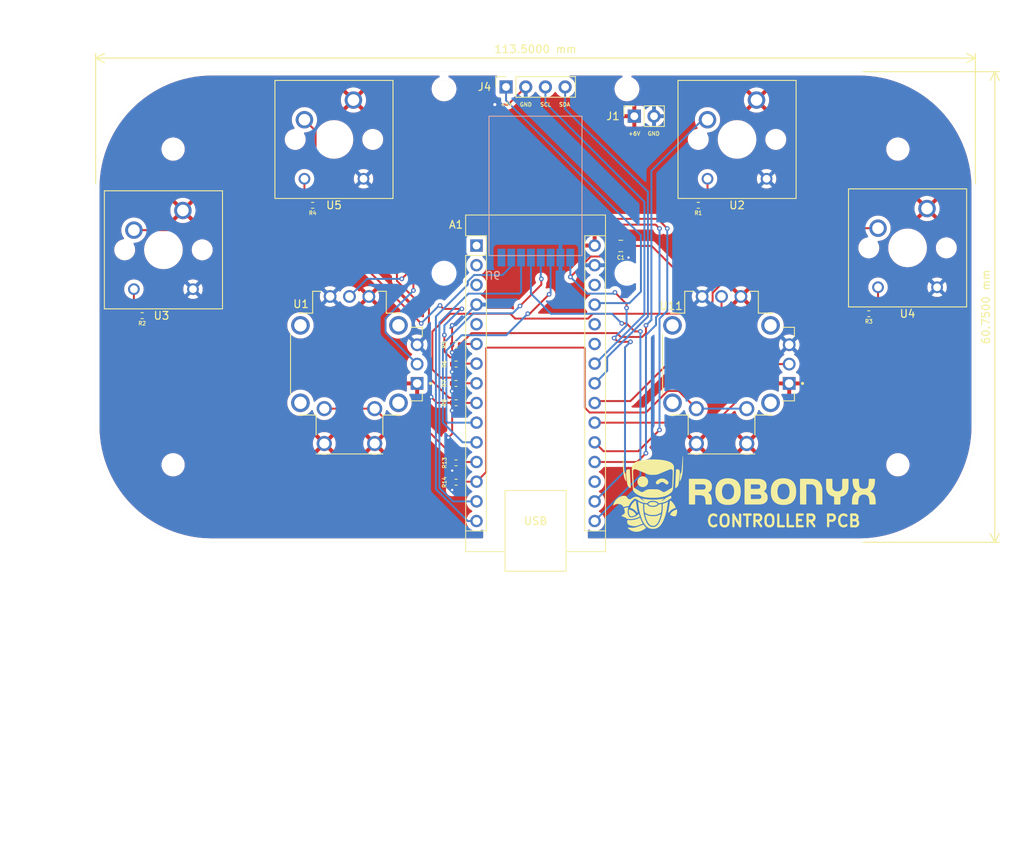
<source format=kicad_pcb>
(kicad_pcb (version 20211014) (generator pcbnew)
  (layers (0 "F.Cu" signal) (31 "B.Cu" signal) (34 "B.Paste" user) (35 "F.Paste" user) (36 "B.SilkS" user "B.Silkscreen") (37 "F.SilkS" user "F.Silkscreen") (38 "B.Mask" user) (39 "F.Mask" user) (44 "Edge.Cuts" user))
  (net 0 "")
  (net 2 "GND")
  (net 3 "Net-(A1-Pad10)")
  (net 4 "Net-(A1-Pad11)")
  (net 5 "Net-(A1-Pad12)")
  (net 6 "Net-(A1-Pad13)")
  (net 7 "Net-(A1-Pad14)")
  (net 8 "Net-(A1-Pad15)")
  (net 9 "Net-(A1-Pad16)")
  (net 10 "+3.3V")
  (net 15 "Net-(A1-Pad6)")
  (net 16 "+5V")
  (net 18 "+6V")
  (net 20 "/SDA")
  (net 21 "/SCL")
  (net 23 "Net-(A1-Pad7)")
  (net 24 "Net-(A1-Pad8)")
  (net 25 "Net-(A1-Pad9)")
  (net 26 "Net-(A1-Pad19)")
  (net 27 "Net-(A1-Pad20)")
  (net 28 "Net-(A1-Pad21)")
  (net 29 "Net-(A1-Pad22)")
  (net 31 "Net-(R1-Pad1)")
  (net 32 "Net-(R2-Pad1)")
  (net 33 "Net-(R3-Pad1)")
  (net 34 "Net-(R4-Pad1)")
  (footprint "THB001P:CNK_THB001P" (layer "F.Cu") (at 76 109)
    (fp_text reference "U1" (at -6.25 -7.75) (layer "F.SilkS"))
    (fp_text value "THB001P")
    (pad "A" thru_hole circle locked (at -3.25 5.75) (size 1.95 1.95) (drill 1.3) (layers *.Cu *.Mask) (net 5 "Net-(A1-Pad12)"))
    (pad "B" thru_hole circle locked (at 3.25 5.75) (size 1.95 1.95) (drill 1.3) (layers *.Cu *.Mask) (net 5 "Net-(A1-Pad12)"))
    (pad "C" thru_hole circle locked (at -3.25 10.25) (size 1.95 1.95) (drill 1.3) (layers *.Cu *.Mask) (net 18 "+6V"))
    (pad "D" thru_hole circle locked (at 3.25 10.25) (size 1.95 1.95) (drill 1.3) (layers *.Cu *.Mask) (net 18 "+6V"))
    (pad "S1" thru_hole circle locked (at 6.325 -5) (size 2.4 2.4) (drill 1.6) (layers *.Cu *.Mask))
    (pad "S2" thru_hole circle locked (at -6.325 -5) (size 2.4 2.4) (drill 1.6) (layers *.Cu *.Mask))
    (pad "S3" thru_hole circle locked (at -6.325 5) (size 2.4 2.4) (drill 1.6) (layers *.Cu *.Mask))
    (pad "S4" thru_hole circle locked (at 6.325 5) (size 2.4 2.4) (drill 1.6) (layers *.Cu *.Mask))
    (pad "VR1_1" thru_hole rect locked (at 8.73 2.5) (size 1.65 1.65) (drill 1.1) (layers *.Cu *.Mask) (net 18 "+6V"))
    (pad "VR1_2" thru_hole circle locked (at 8.73 0) (size 1.65 1.65) (drill 1.1) (layers *.Cu *.Mask) (net 26 "Net-(A1-Pad19)"))
    (pad "VR1_3" thru_hole circle locked (at 8.73 -2.5) (size 1.65 1.65) (drill 1.1) (layers *.Cu *.Mask) (net 2 "GND"))
    (pad "VR2_1" thru_hole circle locked (at 2.5 -8.73) (size 1.65 1.65) (drill 1.1) (layers *.Cu *.Mask) (net 18 "+6V"))
    (pad "VR2_2" thru_hole circle locked (at 0 -8.73) (size 1.65 1.65) (drill 1.1) (layers *.Cu *.Mask) (net 27 "Net-(A1-Pad20)"))
    (pad "VR2_3" thru_hole circle locked (at -2.5 -8.73) (size 1.65 1.65) (drill 1.1) (layers *.Cu *.Mask) (net 2 "GND"))
  )
  (footprint "Resistor_SMD:R_0402_1005Metric" (layer "F.Cu") (at 49.25 102.75)
    (fp_text reference "R2" (at 0 1) (layer "F.SilkS") (effects (font (size 0.5 0.5) (thickness 0.1))))
    (fp_text value "68R")
    (pad "1" smd roundrect (at -0.51 0) (size 0.54 0.64) (layers "F.Cu" "F.Paste" "F.Mask") (net 32 "Net-(R2-Pad1)"))
    (pad "2" smd roundrect (at 0.51 0) (size 0.54 0.64) (layers "F.Cu" "F.Paste" "F.Mask") (net 18 "+6V"))
  )
  (footprint "THB001P:CNK_THB001P" (layer "F.Cu") (at 124 109)
    (fp_text reference "U11" (at -6.5 -7.5) (layer "F.SilkS"))
    (fp_text value "THB001P")
    (pad "A" thru_hole circle locked (at -3.25 5.75) (size 1.95 1.95) (drill 1.3) (layers *.Cu *.Mask) (net 6 "Net-(A1-Pad13)"))
    (pad "B" thru_hole circle locked (at 3.25 5.75) (size 1.95 1.95) (drill 1.3) (layers *.Cu *.Mask) (net 6 "Net-(A1-Pad13)"))
    (pad "C" thru_hole circle locked (at -3.25 10.25) (size 1.95 1.95) (drill 1.3) (layers *.Cu *.Mask) (net 18 "+6V"))
    (pad "D" thru_hole circle locked (at 3.25 10.25) (size 1.95 1.95) (drill 1.3) (layers *.Cu *.Mask) (net 18 "+6V"))
    (pad "S1" thru_hole circle locked (at 6.325 -5) (size 2.4 2.4) (drill 1.6) (layers *.Cu *.Mask))
    (pad "S2" thru_hole circle locked (at -6.325 -5) (size 2.4 2.4) (drill 1.6) (layers *.Cu *.Mask))
    (pad "S3" thru_hole circle locked (at -6.325 5) (size 2.4 2.4) (drill 1.6) (layers *.Cu *.Mask))
    (pad "S4" thru_hole circle locked (at 6.325 5) (size 2.4 2.4) (drill 1.6) (layers *.Cu *.Mask))
    (pad "VR1_1" thru_hole rect locked (at 8.73 2.5) (size 1.65 1.65) (drill 1.1) (layers *.Cu *.Mask) (net 18 "+6V"))
    (pad "VR1_2" thru_hole circle locked (at 8.73 0) (size 1.65 1.65) (drill 1.1) (layers *.Cu *.Mask) (net 28 "Net-(A1-Pad21)"))
    (pad "VR1_3" thru_hole circle locked (at 8.73 -2.5) (size 1.65 1.65) (drill 1.1) (layers *.Cu *.Mask) (net 2 "GND"))
    (pad "VR2_1" thru_hole circle locked (at 2.5 -8.73) (size 1.65 1.65) (drill 1.1) (layers *.Cu *.Mask) (net 18 "+6V"))
    (pad "VR2_2" thru_hole circle locked (at 0 -8.73) (size 1.65 1.65) (drill 1.1) (layers *.Cu *.Mask) (net 29 "Net-(A1-Pad22)"))
    (pad "VR2_3" thru_hole circle locked (at -2.5 -8.73) (size 1.65 1.65) (drill 1.1) (layers *.Cu *.Mask) (net 2 "GND"))
  )
  (footprint "Resistor_SMD:R_0402_1005Metric" (layer "F.Cu") (at 89.75 114)
    (fp_text reference "R8" (at -1.5 0 90) (layer "F.SilkS") (effects (font (size 0.5 0.5) (thickness 0.1))))
    (fp_text value "10K")
    (pad "1" smd roundrect (at -0.51 0) (size 0.54 0.64) (layers "F.Cu" "F.Paste" "F.Mask") (net 2 "GND"))
    (pad "2" smd roundrect (at 0.51 0) (size 0.54 0.64) (layers "F.Cu" "F.Paste" "F.Mask") (net 25 "Net-(A1-Pad9)"))
  )
  (footprint "MX1A-11NN:CHERRY_MX1A-11NN_SWITCH" (layer "F.Cu") (at 126 80)
    (fp_text reference "U2" (at 0 8.5) (layer "F.SilkS"))
    (fp_text value "MX1A-11NN")
    (pad "" np_thru_hole circle locked (at -5 0) (size 1.7 1.7) (drill 1.7) (layers *.Cu *.Mask))
    (pad "" np_thru_hole circle locked (at 5 0) (size 1.7 1.7) (drill 1.7) (layers *.Cu *.Mask))
    (pad "" np_thru_hole circle locked (at 0 0) (size 3.9878 3.9878) (drill 3.9878) (layers *.Cu *.Mask))
    (pad "BR1" thru_hole circle locked (at -3.81 5.08) (size 1.508 1.508) (drill 1) (layers *.Cu *.Mask) (net 31 "Net-(R1-Pad1)"))
    (pad "BR2" thru_hole circle locked (at 3.81 5.08) (size 1.508 1.508) (drill 1) (layers *.Cu *.Mask) (net 2 "GND"))
    (pad "P$1" thru_hole circle locked (at 2.51 -5.08) (size 2.25 2.25) (drill 1.5) (layers *.Cu *.Mask) (net 18 "+6V"))
    (pad "P$2" thru_hole circle locked (at -3.81 -2.54) (size 2.25 2.25) (drill 1.5) (layers *.Cu *.Mask) (net 15 "Net-(A1-Pad6)"))
  )
  (footprint "MX1A-11NN:CHERRY_MX1A-11NN_SWITCH" (layer "F.Cu") (at 52 94.25)
    (fp_text reference "U3" (at -0.25 8.5) (layer "F.SilkS"))
    (fp_text value "MX1A-11NN")
    (pad "" np_thru_hole circle locked (at -5 0) (size 1.7 1.7) (drill 1.7) (layers *.Cu *.Mask))
    (pad "" np_thru_hole circle locked (at 5 0) (size 1.7 1.7) (drill 1.7) (layers *.Cu *.Mask))
    (pad "" np_thru_hole circle locked (at 0 0) (size 3.9878 3.9878) (drill 3.9878) (layers *.Cu *.Mask))
    (pad "BR1" thru_hole circle locked (at -3.81 5.08) (size 1.508 1.508) (drill 1) (layers *.Cu *.Mask) (net 32 "Net-(R2-Pad1)"))
    (pad "BR2" thru_hole circle locked (at 3.81 5.08) (size 1.508 1.508) (drill 1) (layers *.Cu *.Mask) (net 2 "GND"))
    (pad "P$1" thru_hole circle locked (at 2.51 -5.08) (size 2.25 2.25) (drill 1.5) (layers *.Cu *.Mask) (net 18 "+6V"))
    (pad "P$2" thru_hole circle locked (at -3.81 -2.54) (size 2.25 2.25) (drill 1.5) (layers *.Cu *.Mask) (net 23 "Net-(A1-Pad7)"))
  )
  (footprint "Resistor_SMD:R_0402_1005Metric" (layer "F.Cu") (at 89.75 124.25)
    (fp_text reference "R14" (at -1.5 0 90) (layer "F.SilkS") (effects (font (size 0.5 0.5) (thickness 0.1))))
    (fp_text value "10K")
    (pad "1" smd roundrect (at -0.51 0) (size 0.54 0.64) (layers "F.Cu" "F.Paste" "F.Mask") (net 2 "GND"))
    (pad "2" smd roundrect (at 0.51 0) (size 0.54 0.64) (layers "F.Cu" "F.Paste" "F.Mask") (net 6 "Net-(A1-Pad13)"))
  )
  (footprint "Module:Arduino_Nano" (layer "F.Cu") (at 92.39 93.7)
    (fp_text reference "A1" (at -2.64 -2.7) (layer "F.SilkS"))
    (fp_text value "Arduino_Nano_v3.x")
    (fp_text user "USB" (at 7.62 35.56 unlocked) (layer "F.SilkS"))
    (pad "1" thru_hole rect (at 0 0) (size 1.6 1.6) (drill 1) (layers *.Cu *.Mask))
    (pad "2" thru_hole oval (at 0 2.54) (size 1.6 1.6) (drill 1) (layers *.Cu *.Mask))
    (pad "3" thru_hole oval (at 0 5.08) (size 1.6 1.6) (drill 1) (layers *.Cu *.Mask))
    (pad "4" thru_hole oval (at 0 7.62) (size 1.6 1.6) (drill 1) (layers *.Cu *.Mask) (net 2 "GND"))
    (pad "5" thru_hole oval (at 0 10.16) (size 1.6 1.6) (drill 1) (layers *.Cu *.Mask))
    (pad "6" thru_hole oval (at 0 12.7) (size 1.6 1.6) (drill 1) (layers *.Cu *.Mask) (net 15 "Net-(A1-Pad6)"))
    (pad "7" thru_hole oval (at 0 15.24) (size 1.6 1.6) (drill 1) (layers *.Cu *.Mask) (net 23 "Net-(A1-Pad7)"))
    (pad "8" thru_hole oval (at 0 17.78) (size 1.6 1.6) (drill 1) (layers *.Cu *.Mask) (net 24 "Net-(A1-Pad8)"))
    (pad "9" thru_hole oval (at 0 20.32) (size 1.6 1.6) (drill 1) (layers *.Cu *.Mask) (net 25 "Net-(A1-Pad9)"))
    (pad "10" thru_hole oval (at 0 22.86) (size 1.6 1.6) (drill 1) (layers *.Cu *.Mask) (net 3 "Net-(A1-Pad10)"))
    (pad "11" thru_hole oval (at 0 25.4) (size 1.6 1.6) (drill 1) (layers *.Cu *.Mask) (net 4 "Net-(A1-Pad11)"))
    (pad "12" thru_hole oval (at 0 27.94) (size 1.6 1.6) (drill 1) (layers *.Cu *.Mask) (net 5 "Net-(A1-Pad12)"))
    (pad "13" thru_hole oval (at 0 30.48) (size 1.6 1.6) (drill 1) (layers *.Cu *.Mask) (net 6 "Net-(A1-Pad13)"))
    (pad "14" thru_hole oval (at 0 33.02) (size 1.6 1.6) (drill 1) (layers *.Cu *.Mask) (net 7 "Net-(A1-Pad14)"))
    (pad "15" thru_hole oval (at 0 35.56) (size 1.6 1.6) (drill 1) (layers *.Cu *.Mask) (net 8 "Net-(A1-Pad15)"))
    (pad "16" thru_hole oval (at 15.24 35.56) (size 1.6 1.6) (drill 1) (layers *.Cu *.Mask) (net 9 "Net-(A1-Pad16)"))
    (pad "17" thru_hole oval (at 15.24 33.02) (size 1.6 1.6) (drill 1) (layers *.Cu *.Mask) (net 10 "+3.3V"))
    (pad "18" thru_hole oval (at 15.24 30.48) (size 1.6 1.6) (drill 1) (layers *.Cu *.Mask))
    (pad "19" thru_hole oval (at 15.24 27.94) (size 1.6 1.6) (drill 1) (layers *.Cu *.Mask) (net 26 "Net-(A1-Pad19)"))
    (pad "20" thru_hole oval (at 15.24 25.4) (size 1.6 1.6) (drill 1) (layers *.Cu *.Mask) (net 27 "Net-(A1-Pad20)"))
    (pad "21" thru_hole oval (at 15.24 22.86) (size 1.6 1.6) (drill 1) (layers *.Cu *.Mask) (net 28 "Net-(A1-Pad21)"))
    (pad "22" thru_hole oval (at 15.24 20.32) (size 1.6 1.6) (drill 1) (layers *.Cu *.Mask) (net 29 "Net-(A1-Pad22)"))
    (pad "23" thru_hole oval (at 15.24 17.78) (size 1.6 1.6) (drill 1) (layers *.Cu *.Mask) (net 20 "/SDA"))
    (pad "24" thru_hole oval (at 15.24 15.24) (size 1.6 1.6) (drill 1) (layers *.Cu *.Mask) (net 21 "/SCL"))
    (pad "25" thru_hole oval (at 15.24 12.7) (size 1.6 1.6) (drill 1) (layers *.Cu *.Mask))
    (pad "26" thru_hole oval (at 15.24 10.16) (size 1.6 1.6) (drill 1) (layers *.Cu *.Mask))
    (pad "27" thru_hole oval (at 15.24 7.62) (size 1.6 1.6) (drill 1) (layers *.Cu *.Mask) (net 16 "+5V"))
    (pad "28" thru_hole oval (at 15.24 5.08) (size 1.6 1.6) (drill 1) (layers *.Cu *.Mask))
    (pad "29" thru_hole oval (at 15.24 2.54) (size 1.6 1.6) (drill 1) (layers *.Cu *.Mask) (net 2 "GND"))
    (pad "30" thru_hole oval (at 15.24 0) (size 1.6 1.6) (drill 1) (layers *.Cu *.Mask) (net 18 "+6V"))
  )
  (footprint "Capacitor_SMD:C_0805_2012Metric" (layer "F.Cu") (at 111 93.75)
    (fp_text reference "C1" (at 0 1.5) (layer "F.SilkS") (effects (font (size 0.5 0.5) (thickness 0.1))))
    (fp_text value "10UF")
    (pad "1" smd roundrect (at -0.95 0) (size 1 1.45) (layers "F.Cu" "F.Paste" "F.Mask") (net 10 "+3.3V"))
    (pad "2" smd roundrect (at 0.95 0) (size 1 1.45) (layers "F.Cu" "F.Paste" "F.Mask") (net 2 "GND"))
  )
  (footprint "Resistor_SMD:R_0402_1005Metric" (layer "F.Cu") (at 89.75 121.75)
    (fp_text reference "R13" (at -1.49 0 90) (layer "F.SilkS") (effects (font (size 0.5 0.5) (thickness 0.1))))
    (fp_text value "10K")
    (pad "1" smd roundrect (at -0.51 0) (size 0.54 0.64) (layers "F.Cu" "F.Paste" "F.Mask") (net 2 "GND"))
    (pad "2" smd roundrect (at 0.51 0) (size 0.54 0.64) (layers "F.Cu" "F.Paste" "F.Mask") (net 5 "Net-(A1-Pad12)"))
  )
  (footprint "LOGO" (layer "F.Cu") (at 127 125.5)
    (fp_text reference "G***" hide)
    (fp_text value "LOGO" hide)
  )
  (footprint "Resistor_SMD:R_0402_1005Metric" (layer "F.Cu") (at 71.25 88.5)
    (fp_text reference "R4" (at 0 1) (layer "F.SilkS") (effects (font (size 0.5 0.5) (thickness 0.1))))
    (fp_text value "68R")
    (pad "1" smd roundrect (at -0.51 0) (size 0.54 0.64) (layers "F.Cu" "F.Paste" "F.Mask") (net 34 "Net-(R4-Pad1)"))
    (pad "2" smd roundrect (at 0.51 0) (size 0.54 0.64) (layers "F.Cu" "F.Paste" "F.Mask") (net 18 "+6V"))
  )
  (footprint "MX1A-11NN:CHERRY_MX1A-11NN_SWITCH" (layer "F.Cu") (at 148 94)
    (fp_text reference "U4" (at 0 8.5) (layer "F.SilkS"))
    (fp_text value "MX1A-11NN")
    (pad "" np_thru_hole circle locked (at 0 0) (size 3.9878 3.9878) (drill 3.9878) (layers *.Cu *.Mask))
    (pad "" np_thru_hole circle locked (at 5 0) (size 1.7 1.7) (drill 1.7) (layers *.Cu *.Mask))
    (pad "" np_thru_hole circle locked (at -5 0) (size 1.7 1.7) (drill 1.7) (layers *.Cu *.Mask))
    (pad "BR1" thru_hole circle locked (at -3.81 5.08) (size 1.508 1.508) (drill 1) (layers *.Cu *.Mask) (net 33 "Net-(R3-Pad1)"))
    (pad "BR2" thru_hole circle locked (at 3.81 5.08) (size 1.508 1.508) (drill 1) (layers *.Cu *.Mask) (net 2 "GND"))
    (pad "P$1" thru_hole circle locked (at 2.51 -5.08) (size 2.25 2.25) (drill 1.5) (layers *.Cu *.Mask) (net 18 "+6V"))
    (pad "P$2" thru_hole circle locked (at -3.81 -2.54) (size 2.25 2.25) (drill 1.5) (layers *.Cu *.Mask) (net 24 "Net-(A1-Pad8)"))
  )
  (footprint "MX1A-11NN:CHERRY_MX1A-11NN_SWITCH" (layer "F.Cu") (at 74 80)
    (fp_text reference "U5" (at 0 8.5) (layer "F.SilkS"))
    (fp_text value "MX1A-11NN")
    (pad "" np_thru_hole circle locked (at -5 0) (size 1.7 1.7) (drill 1.7) (layers *.Cu *.Mask))
    (pad "" np_thru_hole circle locked (at 5 0) (size 1.7 1.7) (drill 1.7) (layers *.Cu *.Mask))
    (pad "" np_thru_hole circle locked (at 0 0) (size 3.9878 3.9878) (drill 3.9878) (layers *.Cu *.Mask))
    (pad "BR1" thru_hole circle locked (at -3.81 5.08) (size 1.508 1.508) (drill 1) (layers *.Cu *.Mask) (net 34 "Net-(R4-Pad1)"))
    (pad "BR2" thru_hole circle locked (at 3.81 5.08) (size 1.508 1.508) (drill 1) (layers *.Cu *.Mask) (net 2 "GND"))
    (pad "P$1" thru_hole circle locked (at 2.51 -5.08) (size 2.25 2.25) (drill 1.5) (layers *.Cu *.Mask) (net 18 "+6V"))
    (pad "P$2" thru_hole circle locked (at -3.81 -2.54) (size 2.25 2.25) (drill 1.5) (layers *.Cu *.Mask) (net 25 "Net-(A1-Pad9)"))
  )
  (footprint "Resistor_SMD:R_0402_1005Metric" (layer "F.Cu") (at 89.75 106.5)
    (fp_text reference "R5" (at -1.5 0 90) (layer "F.SilkS") (effects (font (size 0.5 0.5) (thickness 0.1))))
    (fp_text value "10K")
    (pad "1" smd roundrect (at -0.51 0) (size 0.54 0.64) (layers "F.Cu" "F.Paste" "F.Mask") (net 2 "GND"))
    (pad "2" smd roundrect (at 0.51 0) (size 0.54 0.64) (layers "F.Cu" "F.Paste" "F.Mask") (net 15 "Net-(A1-Pad6)"))
  )
  (footprint "Resistor_SMD:R_0402_1005Metric" (layer "F.Cu") (at 89.75 109)
    (fp_text reference "R6" (at -1.5 0 90) (layer "F.SilkS") (effects (font (size 0.5 0.5) (thickness 0.1))))
    (fp_text value "10K")
    (pad "1" smd roundrect (at -0.51 0) (size 0.54 0.64) (layers "F.Cu" "F.Paste" "F.Mask") (net 2 "GND"))
    (pad "2" smd roundrect (at 0.51 0) (size 0.54 0.64) (layers "F.Cu" "F.Paste" "F.Mask") (net 23 "Net-(A1-Pad7)"))
  )
  (footprint "Connector_PinSocket_2.54mm:PinSocket_1x02_P2.54mm_Vertical" (layer "F.Cu") (at 112.75 77 90)
    (fp_text reference "J1" (at 0 -2.75 180) (layer "F.SilkS"))
    (fp_text value "Screw_Terminal_01x02")
    (pad "1" thru_hole rect (at 0 0 90) (size 1.7 1.7) (drill 1) (layers *.Cu *.Mask) (net 18 "+6V"))
    (pad "2" thru_hole oval (at 0 2.54 90) (size 1.7 1.7) (drill 1) (layers *.Cu *.Mask) (net 2 "GND"))
  )
  (footprint "Resistor_SMD:R_0402_1005Metric" (layer "F.Cu") (at 143 102.5 180)
    (fp_text reference "R3" (at 0 -1) (layer "F.SilkS") (effects (font (size 0.5 0.5) (thickness 0.1))))
    (fp_text value "68R")
    (pad "1" smd roundrect (at -0.51 0 180) (size 0.54 0.64) (layers "F.Cu" "F.Paste" "F.Mask") (net 33 "Net-(R3-Pad1)"))
    (pad "2" smd roundrect (at 0.51 0 180) (size 0.54 0.64) (layers "F.Cu" "F.Paste" "F.Mask") (net 18 "+6V"))
  )
  (footprint "Resistor_SMD:R_0402_1005Metric" (layer "F.Cu") (at 121 88.5 180)
    (fp_text reference "R1" (at 0 -1) (layer "F.SilkS") (effects (font (size 0.5 0.5) (thickness 0.1))))
    (fp_text value "68R")
    (pad "1" smd roundrect (at -0.51 0 180) (size 0.54 0.64) (layers "F.Cu" "F.Paste" "F.Mask") (net 31 "Net-(R1-Pad1)"))
    (pad "2" smd roundrect (at 0.51 0 180) (size 0.54 0.64) (layers "F.Cu" "F.Paste" "F.Mask") (net 18 "+6V"))
  )
  (footprint "Resistor_SMD:R_0402_1005Metric" (layer "F.Cu") (at 89.74 111.5)
    (fp_text reference "R7" (at -1.49 0 90) (layer "F.SilkS") (effects (font (size 0.5 0.5) (thickness 0.1))))
    (fp_text value "10K")
    (pad "1" smd roundrect (at -0.51 0) (size 0.54 0.64) (layers "F.Cu" "F.Paste" "F.Mask") (net 2 "GND"))
    (pad "2" smd roundrect (at 0.51 0) (size 0.54 0.64) (layers "F.Cu" "F.Paste" "F.Mask") (net 24 "Net-(A1-Pad8)"))
  )
  (footprint "Connector_PinSocket_2.54mm:PinSocket_1x04_P2.54mm_Vertical" (layer "F.Cu") (at 96.2 73.225 90)
    (fp_text reference "J4" (at 0 -2.77 180) (layer "F.SilkS"))
    (fp_text value "OLED SCREEN")
    (pad "1" thru_hole rect (at 0 0 90) (size 1.7 1.7) (drill 1) (layers *.Cu *.Mask) (net 16 "+5V"))
    (pad "2" thru_hole oval (at 0 2.54 90) (size 1.7 1.7) (drill 1) (layers *.Cu *.Mask) (net 2 "GND"))
    (pad "3" thru_hole oval (at 0 5.08 90) (size 1.7 1.7) (drill 1) (layers *.Cu *.Mask) (net 21 "/SCL"))
    (pad "4" thru_hole oval (at 0 7.62 90) (size 1.7 1.7) (drill 1) (layers *.Cu *.Mask) (net 20 "/SDA"))
  )
  (footprint "nRF24L01BRKT_SMD:nRF24L01_Breakout_SMD" (layer "B.Cu") (at 106 95 90)
    (fp_text reference "U6" (at -2.5 -11.5 180 unlocked) (layer "B.SilkS") (effects (justify mirror)))
    (fp_text value "NRF24L01_Breakout")
    (pad "1" smd rect (at -0.25 -2.78 90) (size 2.286 1) (layers "B.Cu" "B.Paste" "B.Mask") (net 2 "GND"))
    (pad "2" smd rect (at -0.25 -1.51 90) (size 2.286 1) (layers "B.Cu" "B.Paste" "B.Mask") (net 10 "+3.3V"))
    (pad "3" smd rect (at -0.25 -4.05 90) (size 2.286 1) (layers "B.Cu" "B.Paste" "B.Mask") (net 3 "Net-(A1-Pad10)"))
    (pad "4" smd rect (at -0.25 -5.32 90) (size 2.286 1) (layers "B.Cu" "B.Paste" "B.Mask") (net 4 "Net-(A1-Pad11)"))
    (pad "5" smd rect (at -0.25 -6.59 90) (size 2.286 1) (layers "B.Cu" "B.Paste" "B.Mask") (net 9 "Net-(A1-Pad16)"))
    (pad "6" smd rect (at -0.25 -7.86 90) (size 2.286 1) (layers "B.Cu" "B.Paste" "B.Mask") (net 7 "Net-(A1-Pad14)"))
    (pad "7" smd rect (at -0.25 -9.13 90) (size 2.286 1) (layers "B.Cu" "B.Paste" "B.Mask") (net 8 "Net-(A1-Pad15)"))
    (pad "8" smd rect (at -0.25 -10.4 90) (size 2.286 1) (layers "B.Cu" "B.Paste" "B.Mask"))
  )
  (gr_line (start 43.25 86.25) (end 43.25 117) (layer "Edge.Cuts") (width 0.01))
  (gr_arc (start 141.75 71.25) (mid 152.356602 75.643398) (end 156.75 86.25) (layer "Edge.Cuts") (width 0.01))
  (gr_line (start 93.75 107) (end 106.25 107) (layer "Edge.Cuts") (width 0.01))
  (gr_arc (start 58.25 132) (mid 47.643398 127.606602) (end 43.25 117) (layer "Edge.Cuts") (width 0.01))
  (gr_arc (start 156.75 117) (mid 152.356602 127.606602) (end 141.75 132) (layer "Edge.Cuts") (width 0.01))
  (gr_circle (center 88.2 97.275) (end 87.1 97.275) (layer "Edge.Cuts") (width 0.01) (fill none))
  (gr_line (start 141.75 71.25) (end 58.25 71.25) (layer "Edge.Cuts") (width 0.01))
  (gr_circle (center 53.25 81.25) (end 52.25 81.25) (layer "Edge.Cuts") (width 0.01) (fill none))
  (gr_circle (center 53.25 122) (end 52.25 122) (layer "Edge.Cuts") (width 0.01) (fill none))
  (gr_circle (center 111.8 97.275) (end 110.7 97.275) (layer "Edge.Cuts") (width 0.01) (fill none))
  (gr_circle (center 111.8 73.475) (end 110.7 73.475) (layer "Edge.Cuts") (width 0.01) (fill none))
  (gr_arc (start 43.25 86.25) (mid 47.643398 75.643398) (end 58.25 71.25) (layer "Edge.Cuts") (width 0.01))
  (gr_line (start 93.75 132) (end 93.75 107) (layer "Edge.Cuts") (width 0.01))
  (gr_circle (center 146.75 122) (end 145.75 122) (layer "Edge.Cuts") (width 0.01) (fill none))
  (gr_circle (center 88.2 73.475) (end 87.1 73.475) (layer "Edge.Cuts") (width 0.01) (fill none))
  (gr_line (start 156.75 117) (end 156.75 86.25) (layer "Edge.Cuts") (width 0.01))
  (gr_line (start 106.25 132) (end 141.75 132) (layer "Edge.Cuts") (width 0.01))
  (gr_circle (center 146.75 81.25) (end 145.75 81.25) (layer "Edge.Cuts") (width 0.01) (fill none))
  (gr_line (start 58.25 132) (end 93.75 132) (layer "Edge.Cuts") (width 0.01))
  (gr_line (start 106.25 107) (end 106.25 132) (layer "Edge.Cuts") (width 0.01))
  (gr_text "GND" (at 98.75 75.5) (layer "F.SilkS") (effects (font (size 0.5 0.5) (thickness 0.1))))
  (gr_text "SCL" (at 101.31 75.5) (layer "F.SilkS") (effects (font (size 0.5 0.5) (thickness 0.1))))
  (gr_text "+6V" (at 112.75 79.25) (layer "F.SilkS") (effects (font (size 0.5 0.5) (thickness 0.1))))
  (gr_text "+5V" (at 96.25 75.5) (layer "F.SilkS") (effects (font (size 0.5 0.5) (thickness 0.1))))
  (gr_text "CONTROLLER PCB" (at 132 129.25) (layer "F.SilkS") (effects (font (size 1.5 1.5) (thickness 0.3))))
  (gr_text "GND" (at 115.25 79.25) (layer "F.SilkS") (effects (font (size 0.5 0.5) (thickness 0.1))))
  (gr_text "SDA" (at 103.75 75.5) (layer "F.SilkS") (effects (font (size 0.5 0.5) (thickness 0.1))))
  (dimension (type aligned) (layer "F.SilkS") (pts (xy 141.75 71.25) (xy 141.75 132)) (height -17.5) (gr_text "60.7500 mm" (at 158.1 101.625 90) (layer "F.SilkS") (effects (font (size 1 1) (thickness 0.15)))) (format (units 3) (units_format 1) (precision 4)) (style (thickness 0.15) (arrow_length 1.27) (text_position_mode 0) (extension_height 0.58642) (extension_offset 0.5) keep_text_aligned))
  (dimension (type aligned) (layer "F.SilkS") (pts (xy 43.25 86.25) (xy 156.75 86.25)) (height -16.75) (gr_text "113.5000 mm" (at 100 68.35) (layer "F.SilkS") (effects (font (size 1 1) (thickness 0.15)))) (format (units 3) (units_format 1) (precision 4)) (style (thickness 0.15) (arrow_length 1.27) (text_position_mode 0) (extension_height 0.58642) (extension_offset 0.5) keep_text_aligned))
  (segment (start 89.24 114) (end 89.24 114.99) (width 0.25) (layer "F.Cu") (net 2))
  (segment (start 89.24 109) (end 89.24 109.99) (width 0.25) (layer "F.Cu") (net 2))
  (segment (start 96.465 75.5) (end 94.75 75.5) (width 0.25) (layer "F.Cu") (net 2))
  (segment (start 114.98 93.75) (end 121.5 100.27) (width 0.25) (layer "F.Cu") (net 2))
  (segment (start 89.24 122.74) (end 89.25 122.75) (width 0.25) (layer "F.Cu") (net 2))
  (segment (start 89.24 125.24) (end 89.25 125.25) (width 0.25) (layer "F.Cu") (net 2))
  (segment (start 89.24 107.49) (end 89.25 107.5) (width 0.25) (layer "F.Cu") (net 2))
  (segment (start 112 95.25) (end 112 93.8) (width 0.25) (layer "F.Cu") (net 2))
  (segment (start 89.24 114.99) (end 89.25 115) (width 0.25) (layer "F.Cu") (net 2))
  (segment (start 111.95 93.75) (end 114.98 93.75) (width 0.25) (layer "F.Cu") (net 2))
  (segment (start 89.24 106.5) (end 89.24 104.01) (width 0.25) (layer "F.Cu") (net 2))
  (segment (start 112 93.8) (end 111.95 93.75) (width 0.25) (layer "F.Cu") (net 2))
  (segment (start 89.25 118) (end 88.75 118.5) (width 0.25) (layer "F.Cu") (net 2))
  (segment (start 89.24 106.5) (end 89.24 107.49) (width 0.25) (layer "F.Cu") (net 2))
  (segment (start 89.23 111.5) (end 89.23 112.48) (width 0.25) (layer "F.Cu") (net 2))
  (segment (start 87.2755 114) (end 89.24 114) (width 0.25) (layer "F.Cu") (net 2))
  (segment (start 89.24 109.99) (end 89.25 110) (width 0.25) (layer "F.Cu") (net 2))
  (segment (start 89.24 121.75) (end 89.24 122.74) (width 0.25) (layer "F.Cu") (net 2))
  (segment (start 89.24 104.01) (end 89.25 104) (width 0.25) (layer "F.Cu") (net 2))
  (segment (start 89.25 115) (end 89.25 118) (width 0.25) (layer "F.Cu") (net 2))
  (segment (start 89.23 112.48) (end 89.25 112.5) (width 0.25) (layer "F.Cu") (net 2))
  (segment (start 86.5255 113.25) (end 87.2755 114) (width 0.25) (layer "F.Cu") (net 2))
  (segment (start 98.74 73.225) (end 96.465 75.5) (width 0.25) (layer "F.Cu") (net 2))
  (segment (start 89.24 124.25) (end 89.24 125.24) (width 0.25) (layer "F.Cu") (net 2))
  (via (at 86.5255 113.25) (size 0.6) (drill 0.3) (layers "F.Cu" "B.Cu") (net 2))
  (via (at 89.25 110) (size 0.6) (drill 0.3) (layers "F.Cu" "B.Cu") (net 2))
  (via (at 89.25 107.5) (size 0.6) (drill 0.3) (layers "F.Cu" "B.Cu") (net 2))
  (via (at 88.75 118.5) (size 0.6) (drill 0.3) (layers "F.Cu" "B.Cu") (net 2))
  (via (at 94.75 75.5) (size 0.8) (drill 0.4) (layers "F.Cu" "B.Cu") (net 2))
  (via (at 89.25 122.75) (size 0.6) (drill 0.3) (layers "F.Cu" "B.Cu") (net 2))
  (via (at 89.25 112.5) (size 0.6) (drill 0.3) (layers "F.Cu" "B.Cu") (net 2))
  (via (at 112 95.25) (size 0.6) (drill 0.3) (layers "F.Cu" "B.Cu") (net 2))
  (via (at 89.25 104) (size 0.6) (drill 0.3) (layers "F.Cu" "B.Cu") (net 2))
  (via (at 89.25 115) (size 0.6) (drill 0.3) (layers "F.Cu" "B.Cu") (net 2))
  (via (at 89.25 125.25) (size 0.6) (drill 0.3) (layers "F.Cu" "B.Cu") (net 2))
  (segment (start 86.5255 108.2955) (end 86.5255 113.25) (width 0.25) (layer "B.Cu") (net 2))
  (segment (start 89.71 104) (end 92.39 101.32) (width 0.25) (layer "B.Cu") (net 2))
  (segment (start 84.73 106.5) (end 86.5255 108.2955) (width 0.25) (layer "B.Cu") (net 2))
  (segment (start 89.25 104) (end 89.71 104) (width 0.25) (layer "B.Cu") (net 2))
  (segment (start 99.25 102.5) (end 99 102.5) (width 0.25) (layer "F.Cu") (net 3))
  (segment (start 101.75 100) (end 99.25 102.5) (width 0.25) (layer "F.Cu") (net 3))
  (via (at 101.75 100) (size 0.6) (drill 0.3) (layers "F.Cu" "B.Cu") (net 3))
  (via (at 99 102.5) (size 0.6) (drill 0.3) (layers "F.Cu" "B.Cu") (net 3))
  (segment (start 90.475 105.275) (end 88.5 107.25) (width 0.25) (layer "B.Cu") (net 3))
  (segment (start 101.95 99.8) (end 101.75 100) (width 0.25) (layer "B.Cu") (net 3))
  (segment (start 101.95 95.25) (end 101.95 99.8) (width 0.25) (layer "B.Cu") (net 3))
  (segment (start 88.5 107.25) (end 88.5 116.363604) (width 0.25) (layer "B.Cu") (net 3))
  (segment (start 88.696396 116.56) (end 92.39 116.56) (width 0.25) (layer "B.Cu") (net 3))
  (segment (start 88.5 116.363604) (end 88.696396 116.56) (width 0.25) (layer "B.Cu") (net 3))
  (segment (start 96.225 105.275) (end 90.475 105.275) (width 0.25) (layer "B.Cu") (net 3))
  (segment (start 99 102.5) (end 96.225 105.275) (width 0.25) (layer "B.Cu") (net 3))
  (segment (start 100.75 98) (end 100.75 98.75) (width 0.25) (layer "F.Cu") (net 4))
  (segment (start 100.75 98.75) (end 98 101.5) (width 0.25) (layer "F.Cu") (net 4))
  (via (at 100.75 98) (size 0.6) (drill 0.3) (layers "F.Cu" "B.Cu") (net 4))
  (via (at 98 101.5) (size 0.6) (drill 0.3) (layers "F.Cu" "B.Cu") (net 4))
  (segment (start 88.05 116.55) (end 90.6 119.1) (width 0.25) (layer "B.Cu") (net 4))
  (segment (start 98 101.5) (end 97.055 102.445) (width 0.25) (layer "B.Cu") (net 4))
  (segment (start 97.055 102.445) (end 91.989504 102.445) (width 0.25) (layer "B.Cu") (net 4))
  (segment (start 88.05 106.384504) (end 88.05 116.55) (width 0.25) (layer "B.Cu") (net 4))
  (segment (start 90.6 119.1) (end 92.39 119.1) (width 0.25) (layer "B.Cu") (net 4))
  (segment (start 91.989504 102.445) (end 88.05 106.384504) (width 0.25) (layer "B.Cu") (net 4))
  (segment (start 100.68 97.93) (end 100.75 98) (width 0.25) (layer "B.Cu") (net 4))
  (segment (start 100.68 95.25) (end 100.68 97.93) (width 0.25) (layer "B.Cu") (net 4))
  (segment (start 92.39 121.64) (end 90.37 121.64) (width 0.25) (layer "F.Cu") (net 5))
  (segment (start 72.75 114.75) (end 79.25 114.75) (width 0.25) (layer "F.Cu") (net 5))
  (segment (start 90.37 121.64) (end 90.26 121.75) (width 0.25) (layer "F.Cu") (net 5))
  (segment (start 79.25 114.75) (end 81.975 117.475) (width 0.25) (layer "F.Cu") (net 5))
  (segment (start 81.975 117.475) (end 85.985 117.475) (width 0.25) (layer "F.Cu") (net 5))
  (segment (start 85.985 117.475) (end 90.26 121.75) (width 0.25) (layer "F.Cu") (net 5))
  (segment (start 106.979009 115.25) (end 106.375 114.645991) (width 0.25) (layer "F.Cu") (net 6))
  (segment (start 118.475 112.475) (end 117.043324 112.475) (width 0.25) (layer "F.Cu") (net 6))
  (segment (start 106.375 114.645991) (end 106.375 106.948223) (width 0.25) (layer "F.Cu") (net 6))
  (segment (start 90.33 124.18) (end 90.26 124.25) (width 0.25) (layer "F.Cu") (net 6))
  (segment (start 93.625 122.945) (end 92.39 124.18) (width 0.25) (layer "F.Cu") (net 6))
  (segment (start 93.625 106.948223) (end 93.625 122.945) (width 0.25) (layer "F.Cu") (net 6))
  (segment (start 93.698223 106.875) (end 93.625 106.948223) (width 0.25) (layer "F.Cu") (net 6))
  (segment (start 106.301777 106.875) (end 93.698223 106.875) (width 0.25) (layer "F.Cu") (net 6))
  (segment (start 120.75 114.75) (end 118.475 112.475) (width 0.25) (layer "F.Cu") (net 6))
  (segment (start 106.375 106.948223) (end 106.301777 106.875) (width 0.25) (layer "F.Cu") (net 6))
  (segment (start 92.39 124.18) (end 90.33 124.18) (width 0.25) (layer "F.Cu") (net 6))
  (segment (start 114.268324 115.25) (end 106.979009 115.25) (width 0.25) (layer "F.Cu") (net 6))
  (segment (start 117.043324 112.475) (end 114.268324 115.25) (width 0.25) (layer "F.Cu") (net 6))
  (segment (start 127.25 114.75) (end 120.75 114.75) (width 0.25) (layer "B.Cu") (net 6))
  (segment (start 98.14 99.700991) (end 97.935991 99.905) (width 0.25) (layer "B.Cu") (net 7))
  (segment (start 91.345 99.905) (end 87.6 103.65) (width 0.25) (layer "B.Cu") (net 7))
  (segment (start 87.6 103.65) (end 87.6 124.964974) (width 0.25) (layer "B.Cu") (net 7))
  (segment (start 89.355026 126.72) (end 92.39 126.72) (width 0.25) (layer "B.Cu") (net 7))
  (segment (start 98.14 95.25) (end 98.14 99.700991) (width 0.25) (layer "B.Cu") (net 7))
  (segment (start 87.6 124.964974) (end 89.355026 126.72) (width 0.25) (layer "B.Cu") (net 7))
  (segment (start 97.935991 99.905) (end 91.345 99.905) (width 0.25) (layer "B.Cu") (net 7))
  (segment (start 87.15 102.85) (end 87.15 125.15137) (width 0.25) (layer "B.Cu") (net 8))
  (segment (start 91.265 98.735) (end 87.15 102.85) (width 0.25) (layer "B.Cu") (net 8))
  (segment (start 96.87 96.37) (end 95.74 97.5) (width 0.25) (layer "B.Cu") (net 8))
  (segment (start 87.15 125.15137) (end 91.25863 129.26) (width 0.25) (layer "B.Cu") (net 8))
  (segment (start 96.87 95.25) (end 96.87 96.37) (width 0.25) (layer "B.Cu") (net 8))
  (segment (start 91.265 98.314009) (end 91.265 98.735) (width 0.25) (layer "B.Cu") (net 8))
  (segment (start 91.25863 129.26) (end 92.39 129.26) (width 0.25) (layer "B.Cu") (net 8))
  (segment (start 95.74 97.5) (end 92.079009 97.5) (width 0.25) (layer "B.Cu") (net 8))
  (segment (start 92.079009 97.5) (end 91.265 98.314009) (width 0.25) (layer "B.Cu") (net 8))
  (segment (start 112.783118 104.783118) (end 113.533118 104.783118) (width 0.25) (layer "F.Cu") (net 9))
  (segment (start 111.75 103.75) (end 112.783118 104.783118) (width 0.25) (layer "F.Cu") (net 9))
  (segment (start 111.1255 103.75) (end 111.75 103.75) (width 0.25) (layer "F.Cu") (net 9))
  (via (at 113.533118 104.783118) (size 0.6) (drill 0.3) (layers "F.Cu" "B.Cu") (net 9))
  (via (at 111.1255 103.75) (size 0.6) (drill 0.3) (layers "F.Cu" "B.Cu") (net 9))
  (segment (start 102 102.5) (end 99.41 99.91) (width 0.25) (layer "B.Cu") (net 9))
  (segment (start 111.1255 103.75) (end 109.8755 102.5) (width 0.25) (layer "B.Cu") (net 9))
  (segment (start 109.8755 102.5) (end 102 102.5) (width 0.25) (layer "B.Cu") (net 9))
  (segment (start 99.41 99.91) (end 99.41 95.25) (width 0.25) (layer "B.Cu") (net 9))
  (segment (start 113.533118 104.783118) (end 113.533118 123.356882) (width 0.25) (layer "B.Cu") (net 9))
  (segment (start 113.533118 123.356882) (end 107.63 129.26) (width 0.25) (layer "B.Cu") (net 9))
  (segment (start 110.138411 105.638411) (end 110.6245 106.1245) (width 0.25) (layer "F.Cu") (net 10))
  (segment (start 110.6245 106.1245) (end 112.25 106.1245) (width 0.25) (layer "F.Cu") (net 10))
  (segment (start 111.75 101.75) (end 111.75 101.25) (width 0.25) (layer "F.Cu") (net 10))
  (segment (start 111.75 101.25) (end 110.25 99.75) (width 0.25) (layer "F.Cu") (net 10))
  (segment (start 110.05 93.95) (end 108.885 95.115) (width 0.25) (layer "F.Cu") (net 10))
  (segment (start 107.135 95.115) (end 104.5 97.75) (width 0.25) (layer "F.Cu") (net 10))
  (segment (start 108.885 95.115) (end 107.135 95.115) (width 0.25) (layer "F.Cu") (net 10))
  (via (at 110.138411 105.638411) (size 0.6) (drill 0.3) (layers "F.Cu" "B.Cu") (net 10))
  (via (at 104.5 97.75) (size 0.6) (drill 0.3) (layers "F.Cu" "B.Cu") (net 10))
  (via (at 112.25 106.1245) (size 0.6) (drill 0.3) (layers "F.Cu" "B.Cu") (net 10))
  (via (at 110.25 99.75) (size 0.6) (drill 0.3) (layers "F.Cu" "B.Cu") (net 10))
  (via (at 111.75 101.75) (size 0.6) (drill 0.3) (layers "F.Cu" "B.Cu") (net 10))
  (segment (start 104.49 97.74) (end 104.49 95.25) (width 0.25) (layer "B.Cu") (net 10))
  (segment (start 104.5 97.75) (end 106.655 99.905) (width 0.25) (layer "B.Cu") (net 10))
  (segment (start 110.095 99.905) (end 110.25 99.75) (width 0.25) (layer "B.Cu") (net 10))
  (segment (start 106.655 99.905) (end 110.095 99.905) (width 0.25) (layer "B.Cu") (net 10))
  (segment (start 111.75 104.026822) (end 110.138411 105.638411) (width 0.25) (layer "B.Cu") (net 10))
  (segment (start 104.5 97.75) (end 104.49 97.74) (width 0.25) (layer "B.Cu") (net 10))
  (segment (start 111.75 101.75) (end 111.75 104.026822) (width 0.25) (layer "B.Cu") (net 10))
  (segment (start 112.25 106.1245) (end 111.55 106.8245) (width 0.25) (layer "B.Cu") (net 10))
  (segment (start 111.55 106.8245) (end 111.55 122.8) (width 0.25) (layer "B.Cu") (net 10))
  (segment (start 111.55 122.8) (end 107.63 126.72) (width 0.25) (layer "B.Cu") (net 10))
  (segment (start 92.39 106.4) (end 90.36 106.4) (width 0.25) (layer "F.Cu") (net 15))
  (segment (start 91.76 105) (end 90.26 106.5) (width 0.25) (layer "F.Cu") (net 15))
  (segment (start 90.36 106.4) (end 90.26 106.5) (width 0.25) (layer "F.Cu") (net 15))
  (segment (start 114.25 104) (end 114.25 105) (width 0.25) (layer "F.Cu") (net 15))
  (segment (start 114.25 105) (end 113.75 105.5) (width 0.25) (layer "F.Cu") (net 15))
  (segment (start 111 105.5) (end 110.5 105) (width 0.25) (layer "F.Cu") (net 15))
  (segment (start 110.5 105) (end 91.76 105) (width 0.25) (layer "F.Cu") (net 15))
  (segment (start 113.75 105.5) (end 111 105.5) (width 0.25) (layer "F.Cu") (net 15))
  (via (at 114.25 104) (size 0.6) (drill 0.3) (layers "F.Cu" "B.Cu") (net 15))
  (segment (start 121.54 77.46) (end 122.19 77.46) (width 0.25) (layer "B.Cu") (net 15))
  (segment (start 114.95 103.3) (end 114.95 84.05) (width 0.25) (layer "B.Cu") (net 15))
  (segment (start 114.25 104) (end 114.95 103.3) (width 0.25) (layer "B.Cu") (net 15))
  (segment (start 114.95 84.05) (end 121.54 77.46) (width 0.25) (layer "B.Cu") (net 15))
  (segment (start 96.2 73.225) (end 96.2 74.975) (width 0.25) (layer "B.Cu") (net 16))
  (segment (start 113.6 92.375) (end 113.6 99.65) (width 0.25) (layer "B.Cu") (net 16))
  (segment (start 107.825 101.125) (end 107.63 101.32) (width 0.25) (layer "B.Cu") (net 16))
  (segment (start 112.125 101.125) (end 107.825 101.125) (width 0.25) (layer "B.Cu") (net 16))
  (segment (start 96.2 74.975) (end 113.6 92.375) (width 0.25) (layer "B.Cu") (net 16))
  (segment (start 113.6 99.65) (end 112.125 101.125) (width 0.25) (layer "B.Cu") (net 16))
  (segment (start 109.25 108.116116) (end 109.25 109.86) (width 0.25) (layer "B.Cu") (net 20))
  (segment (start 114.5 102.866116) (end 109.25 108.116116) (width 0.25) (layer "B.Cu") (net 20))
  (segment (start 103.82 76.07) (end 114.5 86.75) (width 0.25) (layer "B.Cu") (net 20))
  (segment (start 109.25 109.86) (end 107.63 111.48) (width 0.25) (layer "B.Cu") (net 20))
  (segment (start 103.82 73.225) (end 103.82 76.07) (width 0.25) (layer "B.Cu") (net 20))
  (segment (start 114.5 86.75) (end 114.5 102.866116) (width 0.25) (layer "B.Cu") (net 20))
  (segment (start 114.05 102.61) (end 107.72 108.94) (width 0.25) (layer "B.Cu") (net 21))
  (segment (start 101.28 75.28) (end 114.05 88.05) (width 0.25) (layer "B.Cu") (net 21))
  (segment (start 114.05 88.05) (end 114.05 102.61) (width 0.25) (layer "B.Cu") (net 21))
  (segment (start 107.72 108.94) (end 107.63 108.94) (width 0.25) (layer "B.Cu") (net 21))
  (segment (start 101.28 73.225) (end 101.28 75.28) (width 0.25) (layer "B.Cu") (net 21))
  (segment (start 48.19 91.71) (end 73.21 91.71) (width 0.25) (layer "F.Cu") (net 23))
  (segment (start 88.242915 107.376799) (end 88.991116 108.125) (width 0.25) (layer "F.Cu") (net 23))
  (segment (start 88.242915 105.242916) (end 88.242915 107.376799) (width 0.25) (layer "F.Cu") (net 23))
  (segment (start 89.385 108.125) (end 90.26 109) (width 0.25) (layer "F.Cu") (net 23))
  (segment (start 88.991116 108.125) (end 89.385 108.125) (width 0.25) (layer "F.Cu") (net 23))
  (segment (start 92.39 108.94) (end 90.32 108.94) (width 0.25) (layer "F.Cu") (net 23))
  (segment (start 90.32 108.94) (end 90.26 109) (width 0.25) (layer "F.Cu") (net 23))
  (segment (start 88.1255 101.8755) (end 90.5 101.8755) (width 0.25) (layer "F.Cu") (net 23))
  (segment (start 73.21 91.71) (end 85.25 103.75) (width 0.25) (layer "F.Cu") (net 23))
  (segment (start 87.683411 101.433411) (end 88.1255 101.8755) (width 0.25) (layer "F.Cu") (net 23))
  (via (at 90.5 101.8755) (size 0.6) (drill 0.3) (layers "F.Cu" "B.Cu") (net 23))
  (via (at 88.242915 105.242916) (size 0.6) (drill 0.3) (layers "F.Cu" "B.Cu") (net 23))
  (via (at 85.25 103.75) (size 0.6) (drill 0.3) (layers "F.Cu" "B.Cu") (net 23))
  (via (at 87.683411 101.433411) (size 0.6) (drill 0.3) (layers "F.Cu" "B.Cu") (net 23))
  (segment (start 85.25 103.75) (end 87.566589 101.433411) (width 0.25) (layer "B.Cu") (net 23))
  (segment (start 88.242915 104.007085) (end 88.242915 105.242916) (width 0.25) (layer "B.Cu") (net 23))
  (segment (start 90.3745 101.8755) (end 88.242915 104.007085) (width 0.25) (layer "B.Cu") (net 23))
  (segment (start 90.5 101.8755) (end 90.3745 101.8755) (width 0.25) (layer "B.Cu") (net 23))
  (segment (start 87.566589 101.433411) (end 87.683411 101.433411) (width 0.25) (layer "B.Cu") (net 23))
  (segment (start 86.7 109.7) (end 86.7 104.8) (width 0.25) (layer "F.Cu") (net 24))
  (segment (start 97.375 103.125) (end 106.774009 103.125) (width 0.25) (layer "F.Cu") (net 24))
  (segment (start 121.275 102.475) (end 122.85 100.9) (width 0.25) (layer "F.Cu") (net 24))
  (segment (start 131.183654 91.46) (end 144.19 91.46) (width 0.25) (layer "F.Cu") (net 24))
  (segment (start 122.85 99.793654) (end 131.183654 91.46) (width 0.25) (layer "F.Cu") (net 24))
  (segment (start 117.018324 102.5) (end 117.043324 102.475) (width 0.25) (layer "F.Cu") (net 24))
  (segment (start 87.75 110.75) (end 86.7 109.7) (width 0.25) (layer "F.Cu") (net 24))
  (segment (start 92.39 111.48) (end 90.27 111.48) (width 0.25) (layer "F.Cu") (net 24))
  (segment (start 106.774009 103.125) (end 107.399009 102.5) (width 0.25) (layer "F.Cu") (net 24))
  (segment (start 86.7 104.8) (end 89 102.5) (width 0.25) (layer "F.Cu") (net 24))
  (segment (start 117.043324 102.475) (end 121.275 102.475) (width 0.25) (layer "F.Cu") (net 24))
  (segment (start 96.75 102.5) (end 97.375 103.125) (width 0.25) (layer "F.Cu") (net 24))
  (segment (start 89.5 110.75) (end 87.75 110.75) (width 0.25) (layer "F.Cu") (net 24))
  (segment (start 107.399009 102.5) (end 117.018324 102.5) (width 0.25) (layer "F.Cu") (net 24))
  (segment (start 90.27 111.48) (end 90.25 111.5) (width 0.25) (layer "F.Cu") (net 24))
  (segment (start 90.25 111.5) (end 89.5 110.75) (width 0.25) (layer "F.Cu") (net 24))
  (segment (start 89 102.5) (end 96.75 102.5) (width 0.25) (layer "F.Cu") (net 24))
  (segment (start 122.85 100.9) (end 122.85 99.793654) (width 0.25) (layer "F.Cu") (net 24))
  (segment (start 89.615 113.355) (end 88.855 113.355) (width 0.25) (layer "F.Cu") (net 25))
  (segment (start 90.26 114) (end 89.615 113.355) (width 0.25) (layer "F.Cu") (net 25))
  (segment (start 86.25 101.5) (end 85.366116 101.5) (width 0.25) (layer "F.Cu") (net 25))
  (segment (start 71.631099 78.901099) (end 70.19 77.46) (width 0.25) (layer "F.Cu") (net 25))
  (segment (start 86.25 110.75) (end 86.25 101.5) (width 0.25) (layer "F.Cu") (net 25))
  (segment (start 71.631099 86.881099) (end 71.631099 78.901099) (width 0.25) (layer "F.Cu") (net 25))
  (segment (start 90.28 114.02) (end 90.26 114) (width 0.25) (layer "F.Cu") (net 25))
  (segment (start 88.855 113.355) (end 86.25 110.75) (width 0.25) (layer "F.Cu") (net 25))
  (segment (start 92.39 114.02) (end 90.28 114.02) (width 0.25) (layer "F.Cu") (net 25))
  (segment (start 82.125 98.258884) (end 82.125 97.375) (width 0.25) (layer "F.Cu") (net 25))
  (segment (start 85.366116 101.5) (end 82.125 98.258884) (width 0.25) (layer "F.Cu") (net 25))
  (segment (start 82.125 97.375) (end 71.631099 86.881099) (width 0.25) (layer "F.Cu") (net 25))
  (segment (start 113.11 121.64) (end 107.63 121.64) (width 0.25) (layer "F.Cu") (net 26))
  (segment (start 115.5 91) (end 91.75 91) (width 0.25) (layer "F.Cu") (net 26))
  (segment (start 114.25 120.5) (end 113.11 121.64) (width 0.25) (layer "F.Cu") (net 26))
  (segment (start 91.75 91) (end 84.25 98.5) (width 0.25) (layer "F.Cu") (net 26))
  (segment (start 116 91.5) (end 115.5 91) (width 0.25) (layer "F.Cu") (net 26))
  (segment (start 84.25 98.5) (end 84.25 99.5) (width 0.25) (layer "F.Cu") (net 26))
  (via (at 84.25 99.5) (size 0.6) (drill 0.3) (layers "F.Cu" "B.Cu") (net 26))
  (via (at 114.25 120.5) (size 0.6) (drill 0.3) (layers "F.Cu" "B.Cu") (net 26))
  (via (at 116 91.5) (size 0.6) (drill 0.3) (layers "F.Cu" "B.Cu") (net 26))
  (segment (start 115.55 102.947488) (end 116 102.497488) (width 0.25) (layer "B.Cu") (net 26))
  (segment (start 114.25 120.5) (end 114.25 105.25) (width 0.25) (layer "B.Cu") (net 26))
  (segment (start 80.653173 103.096827) (end 80.653173 104.923173) (width 0.25) (layer "B.Cu") (net 26))
  (segment (start 115.55 103.95) (end 115.55 102.947488) (width 0.25) (layer "B.Cu") (net 26))
  (segment (start 84.25 99.5) (end 80.653173 103.096827) (width 0.25) (layer "B.Cu") (net 26))
  (segment (start 116 102.497488) (end 116 91.5) (width 0.25) (layer "B.Cu") (net 26))
  (segment (start 114.25 105.25) (end 115.55 103.95) (width 0.25) (layer "B.Cu") (net 26))
  (segment (start 80.653173 104.923173) (end 84.73 109) (width 0.25) (layer "B.Cu") (net 26))
  (segment (start 113.25 120.25) (end 108.78 120.25) (width 0.25) (layer "F.Cu") (net 27))
  (segment (start 116 117.5) (end 113.25 120.25) (width 0.25) (layer "F.Cu") (net 27))
  (segment (start 115.75 90.25) (end 90.5 90.25) (width 0.25) (layer "F.Cu") (net 27))
  (segment (start 117 91.5) (end 115.75 90.25) (width 0.25) (layer "F.Cu") (net 27))
  (segment (start 90.5 90.25) (end 82.75 98) (width 0.25) (layer "F.Cu") (net 27))
  (segment (start 108.78 120.25) (end 107.63 119.1) (width 0.25) (layer "F.Cu") (net 27))
  (via (at 82.75 98) (size 0.6) (drill 0.3) (layers "F.Cu" "B.Cu") (net 27))
  (via (at 117 91.5) (size 0.6) (drill 0.3) (layers "F.Cu" "B.Cu") (net 27))
  (via (at 116 117.5) (size 0.6) (drill 0.3) (layers "F.Cu" "B.Cu") (net 27))
  (segment (start 116 117.5) (end 116 103.133884) (width 0.25) (layer "B.Cu") (net 27))
  (segment (start 82.75 98) (end 78.27 98) (width 0.25) (layer "B.Cu") (net 27))
  (segment (start 116 103.133884) (end 117 102.133884) (width 0.25) (layer "B.Cu") (net 27))
  (segment (start 78.27 98) (end 76 100.27) (width 0.25) (layer "B.Cu") (net 27))
  (segment (start 117 102.133884) (end 117 91.5) (width 0.25) (layer "B.Cu") (net 27))
  (segment (start 107.63 116.56) (end 123.19 116.56) (width 0.25) (layer "F.Cu") (net 28))
  (segment (start 123.19 116.56) (end 130.75 109) (width 0.25) (layer "F.Cu") (net 28))
  (segment (start 130.75 109) (end 132.73 109) (width 0.25) (layer "F.Cu") (net 28))
  (segment (start 107.875 113.775) (end 107.63 114.02) (width 0.25) (layer "F.Cu") (net 29))
  (segment (start 124 102.02) (end 112.245 113.775) (width 0.25) (layer "F.Cu") (net 29))
  (segment (start 124 100.27) (end 124 102.02) (width 0.25) (layer "F.Cu") (net 29))
  (segment (start 112.245 113.775) (end 107.875 113.775) (width 0.25) (layer "F.Cu") (net 29))
  (segment (start 122.19 87.82) (end 121.51 88.5) (width 0.25) (layer "F.Cu") (net 31))
  (segment (start 122.19 85.08) (end 122.19 87.82) (width 0.25) (layer "F.Cu") (net 31))
  (segment (start 48.19 102.2) (end 48.74 102.75) (width 0.25) (layer "F.Cu") (net 32))
  (segment (start 48.19 99.33) (end 48.19 102.2) (width 0.25) (layer "F.Cu") (net 32))
  (segment (start 144.19 101.82) (end 144.19 99.08) (width 0.25) (layer "F.Cu") (net 33))
  (segment (start 143.51 102.5) (end 144.19 101.82) (width 0.25) (layer "F.Cu") (net 33))
  (segment (start 70.19 87.95) (end 70.74 88.5) (width 0.25) (layer "F.Cu") (net 34))
  (segment (start 70.19 85.08) (end 70.19 87.95) (width 0.25) (layer "F.Cu") (net 34))
  (zone (net 18) (net_name "+6V") (layer "F.Cu") (connect_pads (clearance 0.508)) (min_thickness 0.254) (fill yes (thermal_gap 0.508) (thermal_bridge_width 0.508))
    (polygon (pts (xy 156.75 132) (xy 43.25 132) (xy 43.25 71.25) (xy 156.75 71.25)))
  )
  (zone (net 2) (net_name "GND") (layer "B.Cu") (connect_pads (clearance 0.508)) (min_thickness 0.254) (fill yes (thermal_gap 0.508) (thermal_bridge_width 0.508))
    (polygon (pts (xy 156.75 131.874726) (xy 43.25 131.874726) (xy 43.496689 71.374732) (xy 156.746689 71.124732)))
  )
)
</source>
